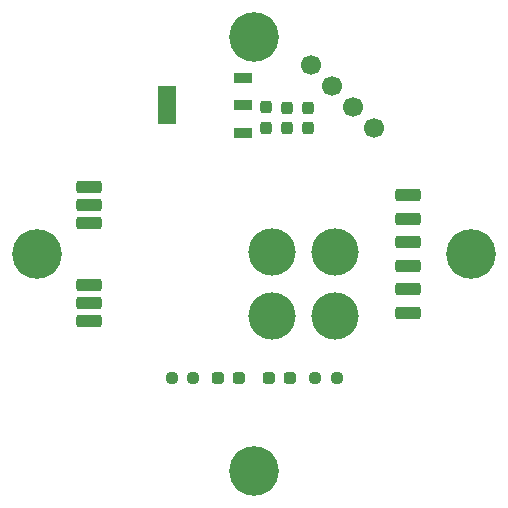
<source format=gts>
G04 #@! TF.GenerationSoftware,KiCad,Pcbnew,8.0.5*
G04 #@! TF.CreationDate,2024-09-26T09:52:47+02:00*
G04 #@! TF.ProjectId,BL-R8812AF1 mount,424c2d52-3838-4313-9241-4631206d6f75,rev?*
G04 #@! TF.SameCoordinates,Original*
G04 #@! TF.FileFunction,Soldermask,Top*
G04 #@! TF.FilePolarity,Negative*
%FSLAX46Y46*%
G04 Gerber Fmt 4.6, Leading zero omitted, Abs format (unit mm)*
G04 Created by KiCad (PCBNEW 8.0.5) date 2024-09-26 09:52:47*
%MOMM*%
%LPD*%
G01*
G04 APERTURE LIST*
G04 Aperture macros list*
%AMRoundRect*
0 Rectangle with rounded corners*
0 $1 Rounding radius*
0 $2 $3 $4 $5 $6 $7 $8 $9 X,Y pos of 4 corners*
0 Add a 4 corners polygon primitive as box body*
4,1,4,$2,$3,$4,$5,$6,$7,$8,$9,$2,$3,0*
0 Add four circle primitives for the rounded corners*
1,1,$1+$1,$2,$3*
1,1,$1+$1,$4,$5*
1,1,$1+$1,$6,$7*
1,1,$1+$1,$8,$9*
0 Add four rect primitives between the rounded corners*
20,1,$1+$1,$2,$3,$4,$5,0*
20,1,$1+$1,$4,$5,$6,$7,0*
20,1,$1+$1,$6,$7,$8,$9,0*
20,1,$1+$1,$8,$9,$2,$3,0*%
%AMHorizOval*
0 Thick line with rounded ends*
0 $1 width*
0 $2 $3 position (X,Y) of the first rounded end (center of the circle)*
0 $4 $5 position (X,Y) of the second rounded end (center of the circle)*
0 Add line between two ends*
20,1,$1,$2,$3,$4,$5,0*
0 Add two circle primitives to create the rounded ends*
1,1,$1,$2,$3*
1,1,$1,$4,$5*%
G04 Aperture macros list end*
%ADD10RoundRect,0.237500X0.250000X0.237500X-0.250000X0.237500X-0.250000X-0.237500X0.250000X-0.237500X0*%
%ADD11RoundRect,0.237500X-0.250000X-0.237500X0.250000X-0.237500X0.250000X0.237500X-0.250000X0.237500X0*%
%ADD12RoundRect,0.237500X-0.237500X0.300000X-0.237500X-0.300000X0.237500X-0.300000X0.237500X0.300000X0*%
%ADD13RoundRect,0.237500X0.287500X0.237500X-0.287500X0.237500X-0.287500X-0.237500X0.287500X-0.237500X0*%
%ADD14RoundRect,0.237500X-0.287500X-0.237500X0.287500X-0.237500X0.287500X0.237500X-0.287500X0.237500X0*%
%ADD15C,4.200000*%
%ADD16C,4.000000*%
%ADD17C,1.700000*%
%ADD18HorizOval,1.700000X0.000000X0.000000X0.000000X0.000000X0*%
%ADD19R,1.549400X0.900800*%
%ADD20R,1.549400X3.200400*%
%ADD21RoundRect,0.275000X0.825000X0.275000X-0.825000X0.275000X-0.825000X-0.275000X0.825000X-0.275000X0*%
G04 APERTURE END LIST*
D10*
X87550000Y-159639000D03*
X85725000Y-159639000D03*
D11*
X97870000Y-159639000D03*
X99695000Y-159639000D03*
D12*
X97282000Y-136705000D03*
X97282000Y-138430000D03*
X95504000Y-136705000D03*
X95504000Y-138430000D03*
X93726000Y-136678500D03*
X93726000Y-138403500D03*
D13*
X91426000Y-159639000D03*
X89676000Y-159639000D03*
D14*
X93994000Y-159639000D03*
X95744000Y-159639000D03*
D15*
X111094776Y-149098000D03*
D16*
X94201000Y-148938000D03*
X99601000Y-148938000D03*
X94201000Y-154338000D03*
X99601000Y-154338000D03*
D15*
X74325224Y-149098000D03*
X92710000Y-130713224D03*
X92710000Y-167482776D03*
D17*
X97499898Y-133059898D03*
D18*
X99295949Y-134855949D03*
X101092000Y-136652000D03*
X102888052Y-138448052D03*
D19*
X91795600Y-138825000D03*
X91795600Y-136525000D03*
X91795600Y-134225000D03*
D20*
X85344000Y-136525000D03*
D21*
X105710000Y-144098000D03*
X105710000Y-146098000D03*
X105710000Y-148098000D03*
X105710000Y-150098000D03*
X105710000Y-152098000D03*
X105710000Y-154098000D03*
X78710000Y-154748000D03*
X78710000Y-153248000D03*
X78710000Y-151748000D03*
X78710000Y-146448000D03*
X78710000Y-144948000D03*
X78710000Y-143448000D03*
M02*

</source>
